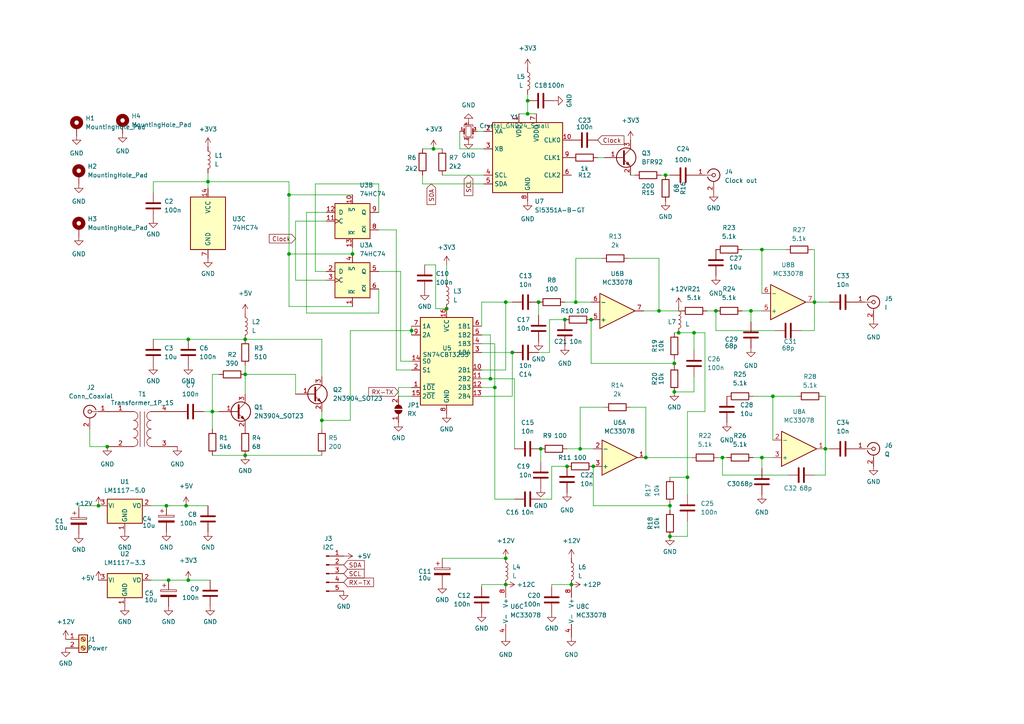
<source format=kicad_sch>
(kicad_sch (version 20211123) (generator eeschema)
  (paper "A4")
  (junction (at 220.98 72.39))
  (junction (at 163.83 92.71))
  (junction (at 168.275 130.175))
  (junction (at 191.135 90.17))
  (junction (at 60.325 52.705))
  (junction (at 71.12 108.585))
  (junction (at 153.035 29.21))
  (junction (at 153.035 33.02))
  (junction (at 125.73 43.18))
  (junction (at 61.595 119.38))
  (junction (at 195.58 113.665))
  (junction (at 201.295 96.52))
  (junction (at 209.55 132.715))
  (junction (at 119.38 95.885))
  (junction (at 71.12 132.08))
  (junction (at 194.31 146.685))
  (junction (at 48.26 146.685))
  (junction (at 71.12 98.425))
  (junction (at 93.345 121.92))
  (junction (at 156.845 130.175))
  (junction (at 224.155 114.935))
  (junction (at 54.61 98.425))
  (junction (at 28.575 146.685))
  (junction (at 236.22 87.63))
  (junction (at 207.645 90.17))
  (junction (at 195.58 105.41))
  (junction (at 102.235 73.66))
  (junction (at 148.59 102.235))
  (junction (at 164.465 135.255))
  (junction (at 193.04 50.8))
  (junction (at 196.85 96.52))
  (junction (at 167.005 87.63))
  (junction (at 220.98 132.715))
  (junction (at 194.31 155.575))
  (junction (at 31.115 129.54))
  (junction (at 143.51 112.395))
  (junction (at 53.975 146.685))
  (junction (at 129.54 89.535))
  (junction (at 146.685 87.63))
  (junction (at 83.82 73.66))
  (junction (at 48.895 168.275))
  (junction (at 83.82 56.515))
  (junction (at 142.24 109.855))
  (junction (at 171.45 92.71))
  (junction (at 146.685 161.925))
  (junction (at 156.21 87.63))
  (junction (at 239.395 130.175))
  (junction (at 172.085 135.255))
  (junction (at 146.685 169.545))
  (junction (at 54.61 168.275))
  (junction (at 199.39 138.43))
  (junction (at 165.735 169.545))
  (junction (at 217.805 90.17))
  (junction (at 187.325 132.715))
  (wire (pts (xy 220.98 72.39) (xy 220.98 85.09)))
  (wire (pts (xy 109.855 90.805) (xy 109.855 83.82)))
  (wire (pts (xy 187.325 132.715) (xy 200.66 132.715)))
  (wire (pts (xy 44.45 52.705) (xy 60.325 52.705)))
  (wire (pts (xy 209.55 132.715) (xy 210.82 132.715)))
  (wire (pts (xy 239.395 130.175) (xy 240.665 130.175)))
  (wire (pts (xy 139.7 109.855) (xy 142.24 109.855)))
  (wire (pts (xy 83.82 88.9) (xy 102.235 88.9)))
  (wire (pts (xy 59.055 119.38) (xy 61.595 119.38)))
  (wire (pts (xy 159.385 102.235) (xy 159.385 92.71)))
  (wire (pts (xy 191.135 74.93) (xy 191.135 90.17)))
  (wire (pts (xy 102.235 56.515) (xy 83.82 56.515)))
  (wire (pts (xy 199.39 119.38) (xy 204.47 119.38)))
  (wire (pts (xy 102.235 73.66) (xy 102.235 74.295)))
  (wire (pts (xy 168.275 130.175) (xy 172.085 130.175)))
  (wire (pts (xy 167.005 74.93) (xy 167.005 87.63)))
  (wire (pts (xy 119.38 112.395) (xy 115.57 112.395)))
  (wire (pts (xy 83.82 56.515) (xy 83.82 73.66)))
  (wire (pts (xy 139.7 107.315) (xy 146.685 107.315)))
  (wire (pts (xy 91.44 53.34) (xy 109.855 53.34)))
  (wire (pts (xy 101.6 95.885) (xy 101.6 121.92)))
  (wire (pts (xy 148.59 114.935) (xy 148.59 102.235)))
  (wire (pts (xy 201.295 101.6) (xy 201.295 96.52)))
  (wire (pts (xy 208.28 132.715) (xy 209.55 132.715)))
  (wire (pts (xy 196.85 96.52) (xy 195.58 96.52)))
  (wire (pts (xy 71.12 108.585) (xy 85.725 108.585)))
  (wire (pts (xy 217.805 93.345) (xy 217.805 90.17)))
  (wire (pts (xy 60.325 52.705) (xy 60.325 54.61)))
  (wire (pts (xy 146.685 87.63) (xy 148.59 87.63)))
  (wire (pts (xy 165.735 169.545) (xy 160.02 169.545)))
  (wire (pts (xy 175.26 118.11) (xy 168.275 118.11)))
  (wire (pts (xy 71.12 106.045) (xy 71.12 108.585)))
  (wire (pts (xy 101.6 121.92) (xy 93.345 121.92)))
  (wire (pts (xy 205.105 90.17) (xy 207.645 90.17)))
  (wire (pts (xy 164.465 130.175) (xy 168.275 130.175)))
  (wire (pts (xy 85.725 108.585) (xy 85.725 114.3)))
  (wire (pts (xy 83.82 73.66) (xy 102.235 73.66)))
  (wire (pts (xy 160.02 169.545) (xy 160.02 170.18)))
  (wire (pts (xy 218.44 114.935) (xy 224.155 114.935)))
  (wire (pts (xy 160.02 135.255) (xy 164.465 135.255)))
  (wire (pts (xy 172.085 135.255) (xy 172.085 146.685)))
  (wire (pts (xy 138.43 38.1) (xy 140.335 38.1)))
  (wire (pts (xy 195.58 113.665) (xy 201.295 113.665)))
  (wire (pts (xy 88.9 90.805) (xy 109.855 90.805)))
  (wire (pts (xy 149.225 144.78) (xy 143.51 144.78)))
  (wire (pts (xy 227.965 72.39) (xy 220.98 72.39)))
  (wire (pts (xy 142.24 109.855) (xy 149.225 109.855)))
  (wire (pts (xy 236.22 87.63) (xy 240.665 87.63)))
  (wire (pts (xy 44.45 55.88) (xy 44.45 52.705)))
  (wire (pts (xy 163.83 87.63) (xy 167.005 87.63)))
  (wire (pts (xy 91.44 78.74) (xy 91.44 53.34)))
  (wire (pts (xy 215.265 90.17) (xy 217.805 90.17)))
  (wire (pts (xy 128.27 50.8) (xy 140.335 50.8)))
  (wire (pts (xy 159.385 92.71) (xy 163.83 92.71)))
  (wire (pts (xy 116.205 104.775) (xy 116.205 78.74)))
  (wire (pts (xy 109.855 66.675) (xy 114.935 66.675)))
  (wire (pts (xy 182.88 118.11) (xy 187.325 118.11)))
  (wire (pts (xy 26.035 129.54) (xy 31.115 129.54)))
  (wire (pts (xy 224.79 95.885) (xy 207.645 95.885)))
  (wire (pts (xy 150.495 33.02) (xy 153.035 33.02)))
  (wire (pts (xy 153.035 33.02) (xy 155.575 33.02)))
  (wire (pts (xy 182.88 50.8) (xy 184.15 50.8)))
  (wire (pts (xy 193.04 50.8) (xy 191.77 50.8)))
  (wire (pts (xy 115.57 112.395) (xy 115.57 114.935)))
  (wire (pts (xy 231.14 114.935) (xy 224.155 114.935)))
  (wire (pts (xy 125.73 43.18) (xy 128.27 43.18)))
  (wire (pts (xy 232.41 95.885) (xy 236.22 95.885)))
  (wire (pts (xy 156.845 144.78) (xy 160.02 144.78)))
  (wire (pts (xy 60.325 50.165) (xy 60.325 52.705)))
  (wire (pts (xy 93.345 109.22) (xy 93.345 98.425)))
  (wire (pts (xy 182.245 74.93) (xy 191.135 74.93)))
  (wire (pts (xy 174.625 74.93) (xy 167.005 74.93)))
  (wire (pts (xy 238.76 114.935) (xy 239.395 114.935)))
  (wire (pts (xy 168.275 118.11) (xy 168.275 130.175)))
  (wire (pts (xy 119.38 104.775) (xy 116.205 104.775)))
  (wire (pts (xy 109.855 53.34) (xy 109.855 61.595)))
  (wire (pts (xy 195.58 105.41) (xy 171.45 105.41)))
  (wire (pts (xy 160.02 144.78) (xy 160.02 135.255)))
  (wire (pts (xy 143.51 112.395) (xy 143.51 99.695)))
  (wire (pts (xy 139.7 112.395) (xy 143.51 112.395)))
  (wire (pts (xy 53.975 146.685) (xy 60.325 146.685)))
  (wire (pts (xy 139.7 169.545) (xy 146.685 169.545)))
  (wire (pts (xy 61.595 132.08) (xy 71.12 132.08)))
  (wire (pts (xy 94.615 81.28) (xy 85.725 81.28)))
  (wire (pts (xy 153.035 27.305) (xy 153.035 29.21)))
  (wire (pts (xy 171.45 105.41) (xy 171.45 92.71)))
  (wire (pts (xy 199.39 138.43) (xy 199.39 119.38)))
  (wire (pts (xy 119.38 95.885) (xy 119.38 97.155)))
  (wire (pts (xy 220.98 132.715) (xy 224.155 132.715)))
  (wire (pts (xy 122.555 50.8) (xy 122.555 53.34)))
  (wire (pts (xy 54.61 168.275) (xy 60.96 168.275)))
  (wire (pts (xy 115.57 114.935) (xy 119.38 114.935)))
  (wire (pts (xy 22.86 146.685) (xy 28.575 146.685)))
  (wire (pts (xy 142.24 109.855) (xy 142.24 97.155)))
  (wire (pts (xy 156.845 130.175) (xy 156.845 133.985)))
  (wire (pts (xy 129.54 89.535) (xy 126.365 89.535)))
  (wire (pts (xy 143.51 144.78) (xy 143.51 112.395)))
  (wire (pts (xy 217.805 90.17) (xy 220.98 90.17)))
  (wire (pts (xy 236.22 72.39) (xy 236.22 87.63)))
  (wire (pts (xy 43.815 168.275) (xy 48.895 168.275)))
  (wire (pts (xy 44.45 98.425) (xy 54.61 98.425)))
  (wire (pts (xy 22.86 147.32) (xy 22.86 146.685)))
  (wire (pts (xy 114.935 107.315) (xy 119.38 107.315)))
  (wire (pts (xy 93.345 98.425) (xy 71.12 98.425)))
  (wire (pts (xy 199.39 155.575) (xy 199.39 151.13)))
  (wire (pts (xy 83.82 73.66) (xy 83.82 88.9)))
  (wire (pts (xy 215.265 72.39) (xy 220.98 72.39)))
  (wire (pts (xy 94.615 78.74) (xy 91.44 78.74)))
  (wire (pts (xy 194.31 138.43) (xy 199.39 138.43)))
  (wire (pts (xy 128.27 161.925) (xy 146.685 161.925)))
  (wire (pts (xy 148.59 102.235) (xy 139.7 102.235)))
  (wire (pts (xy 61.595 108.585) (xy 63.5 108.585)))
  (wire (pts (xy 26.035 124.46) (xy 26.035 129.54)))
  (wire (pts (xy 195.58 104.14) (xy 195.58 105.41)))
  (wire (pts (xy 194.31 146.05) (xy 194.31 146.685)))
  (wire (pts (xy 119.38 95.885) (xy 101.6 95.885)))
  (wire (pts (xy 88.9 61.595) (xy 88.9 90.805)))
  (wire (pts (xy 139.7 114.935) (xy 148.59 114.935)))
  (wire (pts (xy 142.24 97.155) (xy 139.7 97.155)))
  (wire (pts (xy 201.295 96.52) (xy 196.85 96.52)))
  (wire (pts (xy 48.895 168.275) (xy 54.61 168.275)))
  (wire (pts (xy 71.12 108.585) (xy 71.12 114.3)))
  (wire (pts (xy 61.595 119.38) (xy 61.595 124.46)))
  (wire (pts (xy 187.325 118.11) (xy 187.325 132.715)))
  (wire (pts (xy 116.205 78.74) (xy 109.855 78.74)))
  (wire (pts (xy 195.58 105.41) (xy 195.58 106.045)))
  (wire (pts (xy 218.44 132.715) (xy 220.98 132.715)))
  (wire (pts (xy 199.39 143.51) (xy 199.39 138.43)))
  (wire (pts (xy 139.7 87.63) (xy 146.685 87.63)))
  (wire (pts (xy 114.935 66.675) (xy 114.935 107.315)))
  (wire (pts (xy 220.98 135.89) (xy 220.98 132.715)))
  (wire (pts (xy 191.135 90.17) (xy 197.485 90.17)))
  (wire (pts (xy 201.295 113.665) (xy 201.295 109.22)))
  (wire (pts (xy 126.365 89.535) (xy 126.365 76.835)))
  (wire (pts (xy 85.725 64.135) (xy 94.615 64.135)))
  (wire (pts (xy 139.7 170.18) (xy 139.7 169.545)))
  (wire (pts (xy 156.21 87.63) (xy 156.21 91.44)))
  (wire (pts (xy 207.645 95.885) (xy 207.645 90.17)))
  (wire (pts (xy 224.155 114.935) (xy 224.155 127.635)))
  (wire (pts (xy 102.235 71.755) (xy 102.235 73.66)))
  (wire (pts (xy 236.22 95.885) (xy 236.22 87.63)))
  (wire (pts (xy 61.595 119.38) (xy 61.595 108.585)))
  (wire (pts (xy 60.325 52.705) (xy 83.82 52.705)))
  (wire (pts (xy 235.585 72.39) (xy 236.22 72.39)))
  (wire (pts (xy 239.395 114.935) (xy 239.395 130.175)))
  (wire (pts (xy 194.31 155.575) (xy 199.39 155.575)))
  (wire (pts (xy 194.31 146.685) (xy 194.31 147.955)))
  (wire (pts (xy 146.685 107.315) (xy 146.685 87.63)))
  (wire (pts (xy 173.355 45.72) (xy 175.26 45.72)))
  (wire (pts (xy 83.82 52.705) (xy 83.82 56.515)))
  (wire (pts (xy 139.7 94.615) (xy 139.7 87.63)))
  (wire (pts (xy 85.725 81.28) (xy 85.725 64.135)))
  (wire (pts (xy 54.61 98.425) (xy 71.12 98.425)))
  (wire (pts (xy 126.365 76.835) (xy 123.19 76.835)))
  (wire (pts (xy 48.26 146.685) (xy 53.975 146.685)))
  (wire (pts (xy 129.54 76.835) (xy 129.54 81.915)))
  (wire (pts (xy 122.555 43.18) (xy 125.73 43.18)))
  (wire (pts (xy 43.815 146.685) (xy 48.26 146.685)))
  (wire (pts (xy 204.47 96.52) (xy 201.295 96.52)))
  (wire (pts (xy 186.69 90.17) (xy 191.135 90.17)))
  (wire (pts (xy 119.38 94.615) (xy 119.38 95.885)))
  (wire (pts (xy 133.35 38.1) (xy 133.35 43.18)))
  (wire (pts (xy 93.345 121.92) (xy 93.345 124.46)))
  (wire (pts (xy 204.47 119.38) (xy 204.47 96.52)))
  (wire (pts (xy 167.005 87.63) (xy 171.45 87.63)))
  (wire (pts (xy 71.12 132.08) (xy 93.345 132.08)))
  (wire (pts (xy 153.035 29.21) (xy 153.035 33.02)))
  (wire (pts (xy 61.595 119.38) (xy 63.5 119.38)))
  (wire (pts (xy 156.21 102.235) (xy 159.385 102.235)))
  (wire (pts (xy 209.55 137.795) (xy 209.55 132.715)))
  (wire (pts (xy 149.225 109.855) (xy 149.225 130.175)))
  (wire (pts (xy 239.395 137.795) (xy 239.395 130.175)))
  (wire (pts (xy 228.6 137.795) (xy 209.55 137.795)))
  (wire (pts (xy 236.22 137.795) (xy 239.395 137.795)))
  (wire (pts (xy 172.085 146.685) (xy 194.31 146.685)))
  (wire (pts (xy 94.615 61.595) (xy 88.9 61.595)))
  (wire (pts (xy 143.51 99.695) (xy 139.7 99.695)))
  (wire (pts (xy 122.555 53.34) (xy 140.335 53.34)))
  (wire (pts (xy 133.35 43.18) (xy 140.335 43.18)))
  (wire (pts (xy 194.31 50.8) (xy 193.04 50.8)))
  (wire (pts (xy 93.345 119.38) (xy 93.345 121.92)))
  (global_label "SCL" (shape input) (at 135.89 50.8 270) (property "Intersheet References" "${INTERSHEET_REFS}" (effects hide)))
  (global_label "RX-TX" (shape input) (at 115.57 113.665 180) (property "Intersheet References" "${INTERSHEET_REFS}" (effects hide)))
  (global_label "SDA" (shape input) (at 125.095 53.34 270) (property "Intersheet References" "${INTERSHEET_REFS}" (effects hide)))
  (global_label "SDA" (shape input) (at 99.695 163.83 0) (property "Intersheet References" "${INTERSHEET_REFS}" (effects hide)))
  (global_label "Clock" (shape input) (at 173.355 40.64 0) (property "Intersheet References" "${INTERSHEET_REFS}" (effects hide)))
  (global_label "RX-TX" (shape input) (at 99.695 168.91 0) (property "Intersheet References" "${INTERSHEET_REFS}" (effects hide)))
  (global_label "Clock" (shape input) (at 85.725 69.215 180) (property "Intersheet References" "${INTERSHEET_REFS}" (effects hide)))
  (global_label "SCL" (shape input) (at 99.695 166.37 0) (property "Intersheet References" "${INTERSHEET_REFS}" (effects hide)))
  (symbol (lib_id "Device:C_Polarized") (at 48.26 150.495 0) (unit 1)
    (property "Reference" "C4" (at 41.275 150.495 0) (effects (justify left)))
    (property "Value" "10u" (at 41.275 152.4 0) (effects (justify left)))
    (property "Footprint" "Capacitor_THT:C_Radial_D10.0mm_H12.5mm_P5.00mm" (effects hide))
  )
  (symbol (lib_id "power:GND") (at 146.685 184.785 0) (unit 1)
    (property "Reference" "#PWR043" (effects hide))
    (property "Value" "GND" (at 146.685 189.865 0))
  )
  (symbol (lib_id "Jumper:SolderJumper_2_Open") (at 115.57 118.745 90) (unit 1)
    (property "Reference" "JP1" (at 118.11 117.4749 90) (effects (justify right)))
    (property "Value" "RX" (at 118.11 120.0149 90) (effects (justify right)))
    (property "Footprint" "Jumper:SolderJumper-2_P1.3mm_Open_Pad1.0x1.5mm" (effects hide))
  )
  (symbol (lib_id "74xx:74HC74") (at 60.325 64.77 0) (unit 3)
    (property "Reference" "U3" (at 67.31 63.4999 0) (effects (justify left)))
    (property "Value" "74HC74" (at 67.31 66.0399 0) (effects (justify left)))
    (property "Footprint" "Package_SO:SO-14_3.9x8.65mm_P1.27mm" (effects hide))
    (property "Datasheet" "74xx/74hc_hct74.pdf" (effects hide))
  )
  (symbol (lib_id "Oscillator:Si5351A-B-GT") (at 153.035 45.72 0) (unit 1)
    (property "Reference" "U7" (at 155.0544 58.42 0) (effects (justify left)))
    (property "Value" "Si5351A-B-GT" (at 155.0544 60.96 0) (effects (justify left)))
    (property "Footprint" "Package_SO:MSOP-10_3x3mm_P0.5mm" (effects hide))
    (property "Datasheet" "https://www.silabs.com/documents/public/data-sheets/Si5351-B.pdf" (effects hide))
  )
  (symbol (lib_id "power:GND") (at 153.035 58.42 0) (unit 1)
    (property "Reference" "#PWR045" (effects hide))
    (property "Value" "GND" (at 153.035 63.5 0))
  )
  (symbol (lib_id "Device:C") (at 228.6 95.885 90) (unit 1)
    (property "Reference" "C31" (at 229.235 99.06 90))
    (property "Value" "68p" (at 228.6 100.965 90))
    (property "Footprint" "Capacitor_SMD:C_0805_2012Metric" (effects hide))
  )
  (symbol (lib_id "Device:C") (at 123.19 80.645 180) (unit 1)
    (property "Reference" "C10" (at 126.365 79.3749 0) (effects (justify right)))
    (property "Value" "100n" (at 126.365 81.9149 0) (effects (justify right)))
    (property "Footprint" "Capacitor_SMD:C_0805_2012Metric" (effects hide))
  )
  (symbol (lib_id "power:GND") (at 210.82 122.555 0) (unit 1)
    (property "Reference" "#PWR063" (effects hide))
    (property "Value" "GND" (at 210.82 127.635 0))
  )
  (symbol (lib_id "Analog_Switch:SN74CBT3253") (at 129.54 104.775 0) (unit 1)
    (property "Reference" "U5" (at 128.27 100.965 0) (effects (justify left)))
    (property "Value" "SN74CBT3253" (at 122.555 102.87 0) (effects (justify left)))
    (property "Footprint" "Package_SO:TSSOP-16_4.4x5mm_P0.65mm" (effects hide))
    (property "Datasheet" "http://www.ti.com/lit/gpn/sn74cbt3253" (effects hide))
  )
  (symbol (lib_id "power:GND") (at 48.895 175.895 0) (unit 1)
    (property "Reference" "#PWR016" (effects hide))
    (property "Value" "GND" (at 48.895 180.34 0))
  )
  (symbol (lib_id "power:GND") (at 36.195 154.305 0) (unit 1)
    (property "Reference" "#PWR011" (effects hide))
    (property "Value" "GND" (at 36.195 158.75 0))
  )
  (symbol (lib_id "Device:C") (at 153.035 144.78 270) (unit 1)
    (property "Reference" "C16" (at 148.59 148.59 90))
    (property "Value" "10n" (at 153.035 148.59 90))
    (property "Footprint" "Capacitor_SMD:C_0805_2012Metric" (effects hide))
  )
  (symbol (lib_id "power:+3.3V") (at 153.035 19.685 0) (unit 1)
    (property "Reference" "#PWR044" (effects hide))
    (property "Value" "+3.3V" (at 153.035 13.97 0))
  )
  (symbol (lib_id "power:GND") (at 54.61 106.045 0) (unit 1)
    (property "Reference" "#PWR019" (effects hide))
    (property "Value" "GND" (at 54.61 110.49 0))
  )
  (symbol (lib_id "power:+12V") (at 146.685 161.925 0) (unit 1)
    (property "Reference" "#PWR041" (effects hide))
    (property "Value" "+12V" (at 146.685 156.845 0))
  )
  (symbol (lib_id "power:GND") (at 22.86 53.34 0) (unit 1)
    (property "Reference" "#PWR04" (effects hide))
    (property "Value" "GND" (at 22.86 58.42 0))
  )
  (symbol (lib_id "Amplifier_Operational:MC33078") (at 179.705 132.715 0) (mirror x) (unit 1)
    (property "Reference" "U6" (at 179.705 122.555 0))
    (property "Value" "MC33078" (at 179.705 125.095 0))
    (property "Footprint" "Package_SO:SO-8_3.9x4.9mm_P1.27mm" (effects hide))
    (property "Datasheet" "https://www.onsemi.com/pub/Collateral/MC33078-D.PDF" (effects hide))
  )
  (symbol (lib_id "tube:2N3904_SOT23") (at 90.805 114.3 0) (unit 1)
    (property "Reference" "Q2" (at 96.52 113.0299 0) (effects (justify left)))
    (property "Value" "2N3904_SOT23" (at 96.52 115.5699 0) (effects (justify left)))
    (property "Footprint" "Package_TO_SOT_SMD:SOT-23" (effects hide))
  )
  (symbol (lib_id "Device:R") (at 128.27 46.99 0) (unit 1)
    (property "Reference" "R7" (at 130.175 45.7199 0) (effects (justify left)))
    (property "Value" "2k2" (at 130.175 48.2599 0) (effects (justify left)))
    (property "Footprint" "Resistor_SMD:R_0805_2012Metric" (effects hide))
  )
  (symbol (lib_id "power:GND") (at 31.115 129.54 0) (unit 1)
    (property "Reference" "#PWR09" (effects hide))
    (property "Value" "GND" (at 31.115 134.62 0))
  )
  (symbol (lib_id "power:+5V") (at 71.12 90.805 0) (unit 1)
    (property "Reference" "#PWR026" (effects hide))
    (property "Value" "+5V" (at 71.12 85.09 0))
  )
  (symbol (lib_id "Device:R") (at 193.04 54.61 0) (unit 1)
    (property "Reference" "R16" (at 198.12 54.61 90))
    (property "Value" "68" (at 196.215 54.61 90))
    (property "Footprint" "Resistor_SMD:R_0805_2012Metric" (effects hide))
  )
  (symbol (lib_id "Device:C") (at 152.4 87.63 270) (unit 1)
    (property "Reference" "C13" (at 152.4 80.01 90))
    (property "Value" "10n" (at 152.4 82.55 90))
    (property "Footprint" "Capacitor_SMD:C_0805_2012Metric" (effects hide))
  )
  (symbol (lib_id "power:GND") (at 217.805 100.965 0) (unit 1)
    (property "Reference" "#PWR064" (effects hide))
    (property "Value" "GND" (at 217.805 106.045 0))
  )
  (symbol (lib_id "Device:C") (at 153.035 130.175 270) (unit 1)
    (property "Reference" "C15" (at 153.035 122.555 90))
    (property "Value" "10n" (at 153.035 125.095 90))
    (property "Footprint" "Capacitor_SMD:C_0805_2012Metric" (effects hide))
  )
  (symbol (lib_id "Regulator_Linear:LM1117-5.0") (at 36.195 146.685 0) (unit 1)
    (property "Reference" "U1" (at 36.195 139.7 0))
    (property "Value" "LM1117-5.0" (at 36.195 142.24 0))
    (property "Footprint" "Package_TO_SOT_SMD:SOT-223-3_TabPin2" (effects hide))
    (property "Datasheet" "http://www.ti.com/lit/ds/symlink/lm1117.pdf" (effects hide))
  )
  (symbol (lib_id "power:GND") (at 165.735 184.785 0) (unit 1)
    (property "Reference" "#PWR054" (effects hide))
    (property "Value" "GND" (at 165.735 189.865 0))
  )
  (symbol (lib_id "Connector:Conn_Coaxial") (at 253.365 130.175 0) (unit 1)
    (property "Reference" "J6" (at 256.54 129.1981 0) (effects (justify left)))
    (property "Value" "Q" (at 256.54 131.7381 0) (effects (justify left)))
    (property "Footprint" "Connector_Coaxial:SMA_Amphenol_132134_Vertical" (effects hide))
    (property "Datasheet" " ~" (effects hide))
  )
  (symbol (lib_id "power:GND") (at 194.31 155.575 0) (unit 1)
    (property "Reference" "#PWR057" (effects hide))
    (property "Value" "GND" (at 194.31 160.02 0))
  )
  (symbol (lib_id "power:GND") (at 48.26 154.305 0) (unit 1)
    (property "Reference" "#PWR015" (effects hide))
    (property "Value" "GND" (at 48.26 158.75 0))
  )
  (symbol (lib_id "power:GND") (at 135.89 35.56 180) (unit 1)
    (property "Reference" "#PWR038" (effects hide))
    (property "Value" "GND" (at 135.89 30.48 0))
  )
  (symbol (lib_id "Device:R") (at 168.275 135.255 270) (unit 1)
    (property "Reference" "R11" (at 163.83 132.715 90))
    (property "Value" "100" (at 168.275 132.715 90))
    (property "Footprint" "Resistor_SMD:R_0805_2012Metric" (effects hide))
  )
  (symbol (lib_id "Device:C_Polarized") (at 48.895 172.085 0) (unit 1)
    (property "Reference" "C5" (at 41.91 172.085 0) (effects (justify left)))
    (property "Value" "10u" (at 41.91 173.99 0) (effects (justify left)))
    (property "Footprint" "Capacitor_THT:C_Radial_D6.3mm_H5.0mm_P2.50mm" (effects hide))
  )
  (symbol (lib_id "Device:R") (at 214.63 114.935 90) (unit 1)
    (property "Reference" "R25" (at 214.63 108.585 90))
    (property "Value" "5.1k" (at 214.63 111.125 90))
    (property "Footprint" "Resistor_SMD:R_0805_2012Metric" (effects hide))
  )
  (symbol (lib_id "power:GND") (at 160.655 29.21 90) (mirror x) (unit 1)
    (property "Reference" "#PWR049" (effects hide))
    (property "Value" "GND" (at 165.1 29.21 0))
  )
  (symbol (lib_id "power:GND") (at 207.645 80.01 0) (unit 1)
    (property "Reference" "#PWR062" (effects hide))
    (property "Value" "GND" (at 207.645 85.09 0))
  )
  (symbol (lib_id "Device:R") (at 211.455 90.17 270) (unit 1)
    (property "Reference" "R24" (at 211.455 83.82 90))
    (property "Value" "5.1k" (at 211.455 86.36 90))
    (property "Footprint" "Resistor_SMD:R_0805_2012Metric" (effects hide))
  )
  (symbol (lib_id "power:+3.3V") (at 125.73 43.18 0) (unit 1)
    (property "Reference" "#PWR034" (effects hide))
    (property "Value" "+3.3V" (at 125.73 37.465 0))
  )
  (symbol (lib_id "Device:C") (at 244.475 87.63 90) (unit 1)
    (property "Reference" "C33" (at 244.475 80.01 90))
    (property "Value" "10n" (at 244.475 82.55 90))
    (property "Footprint" "Capacitor_SMD:C_0805_2012Metric" (effects hide))
  )
  (symbol (lib_id "power:+12V") (at 196.85 88.9 0) (unit 1)
    (property "Reference" "#PWR059" (effects hide))
    (property "Value" "+12V" (at 196.85 83.82 0))
  )
  (symbol (lib_id "Device:C_Polarized") (at 128.27 165.735 0) (unit 1)
    (property "Reference" "C11" (at 121.285 165.735 0) (effects (justify left)))
    (property "Value" "10u" (at 121.285 167.64 0) (effects (justify left)))
    (property "Footprint" "Capacitor_SMD:C_1206_3216Metric" (effects hide))
  )
  (symbol (lib_id "Device:L") (at 60.325 46.355 0) (unit 1)
    (property "Reference" "L1" (at 62.23 45.0849 0) (effects (justify left)))
    (property "Value" "L" (at 62.23 47.6249 0) (effects (justify left)))
    (property "Footprint" "Inductor_SMD:L_0603_1608Metric" (effects hide))
  )
  (symbol (lib_id "Device:C") (at 207.645 76.2 180) (unit 1)
    (property "Reference" "C27" (at 211.455 74.9299 0) (effects (justify right)))
    (property "Value" "10u" (at 211.455 77.4699 0) (effects (justify right)))
    (property "Footprint" "Capacitor_SMD:C_1206_3216Metric" (effects hide))
  )
  (symbol (lib_id "Device:R") (at 179.07 118.11 270) (unit 1)
    (property "Reference" "R14" (at 179.07 111.76 90))
    (property "Value" "2k" (at 179.07 114.3 90))
    (property "Footprint" "Resistor_SMD:R_0805_2012Metric" (effects hide))
  )
  (symbol (lib_id "Device:R") (at 194.31 142.24 0) (unit 1)
    (property "Reference" "R17" (at 187.96 142.24 90))
    (property "Value" "10k" (at 190.5 142.24 90))
    (property "Footprint" "Resistor_SMD:R_0805_2012Metric" (effects hide))
  )
  (symbol (lib_id "Device:R") (at 234.95 114.935 270) (unit 1)
    (property "Reference" "R28" (at 234.95 109.22 90))
    (property "Value" "5.1k" (at 234.95 111.76 90))
    (property "Footprint" "Resistor_SMD:R_0805_2012Metric" (effects hide))
  )
  (symbol (lib_id "power:GND") (at 71.12 132.08 0) (unit 1)
    (property "Reference" "#PWR027" (effects hide))
    (property "Value" "GND" (at 71.12 136.525 0))
  )
  (symbol (lib_id "Amplifier_Operational:MC33078") (at 228.6 87.63 0) (mirror x) (unit 2)
    (property "Reference" "U8" (at 228.6 76.835 0))
    (property "Value" "MC33078" (at 228.6 79.375 0))
    (property "Footprint" "Package_SO:SO-8_3.9x4.9mm_P1.27mm" (effects hide))
    (property "Datasheet" "https://www.onsemi.com/pub/Collateral/MC33078-D.PDF" (effects hide))
  )
  (symbol (lib_id "Device:C") (at 54.61 102.235 180) (unit 1)
    (property "Reference" "C6" (at 57.785 100.9649 0) (effects (justify right)))
    (property "Value" "100n" (at 57.785 103.5049 0) (effects (justify right)))
    (property "Footprint" "Capacitor_SMD:C_0805_2012Metric" (effects hide))
  )
  (symbol (lib_id "Device:C") (at 156.845 137.795 180) (unit 1)
    (property "Reference" "C19" (at 149.86 135.255 0) (effects (justify right)))
    (property "Value" "10n" (at 150.495 137.795 0) (effects (justify right)))
    (property "Footprint" "Capacitor_SMD:C_0805_2012Metric" (effects hide))
  )
  (symbol (lib_id "Device:R") (at 61.595 128.27 0) (unit 1)
    (property "Reference" "R1" (at 63.5 126.9999 0) (effects (justify left)))
    (property "Value" "5k6" (at 63.5 129.5399 0) (effects (justify left)))
    (property "Footprint" "Resistor_SMD:R_0805_2012Metric" (effects hide))
  )
  (symbol (lib_id "Device:C") (at 60.96 172.085 0) (mirror x) (unit 1)
    (property "Reference" "C9" (at 57.785 170.8149 0) (effects (justify right)))
    (property "Value" "100n" (at 57.785 173.3549 0) (effects (justify right)))
    (property "Footprint" "Capacitor_SMD:C_0805_2012Metric" (effects hide))
  )
  (symbol (lib_id "power:GND") (at 99.695 171.45 0) (mirror y) (unit 1)
    (property "Reference" "#PWR031" (effects hide))
    (property "Value" "GND" (at 99.695 175.895 0))
  )
  (symbol (lib_id "power:GND") (at 139.7 177.8 0) (mirror y) (unit 1)
    (property "Reference" "#PWR040" (effects hide))
    (property "Value" "GND" (at 139.7 182.245 0))
  )
  (symbol (lib_id "Device:R") (at 195.58 100.33 0) (unit 1)
    (property "Reference" "R19" (at 189.865 100.33 90))
    (property "Value" "10k" (at 191.77 100.33 90))
    (property "Footprint" "Resistor_SMD:R_0805_2012Metric" (effects hide))
  )
  (symbol (lib_id "Mechanical:MountingHole_Pad") (at 22.86 66.04 0) (unit 1)
    (property "Reference" "H3" (at 25.4 63.4999 0) (effects (justify left)))
    (property "Value" "MountingHole_Pad" (at 25.4 66.0399 0) (effects (justify left)))
    (property "Footprint" "MountingHole:MountingHole_3.2mm_M3_Pad_Via" (effects hide))
  )
  (symbol (lib_id "Device:R") (at 167.64 92.71 270) (unit 1)
    (property "Reference" "R10" (at 164.465 90.17 90))
    (property "Value" "100" (at 168.91 90.17 90))
    (property "Footprint" "Resistor_SMD:R_0805_2012Metric" (effects hide))
  )
  (symbol (lib_id "Device:C") (at 44.45 59.69 180) (unit 1)
    (property "Reference" "C2" (at 47.625 58.4199 0) (effects (justify right)))
    (property "Value" "100n" (at 47.625 60.9599 0) (effects (justify right)))
    (property "Footprint" "Capacitor_SMD:C_0805_2012Metric" (effects hide))
  )
  (symbol (lib_id "Connector:Conn_Coaxial") (at 253.365 87.63 0) (unit 1)
    (property "Reference" "J5" (at 256.54 86.6531 0) (effects (justify left)))
    (property "Value" "I" (at 256.54 89.1931 0) (effects (justify left)))
    (property "Footprint" "Connector_Coaxial:SMA_Amphenol_132134_Vertical" (effects hide))
    (property "Datasheet" " ~" (effects hide))
  )
  (symbol (lib_id "power:GND") (at 156.21 99.06 0) (unit 1)
    (property "Reference" "#PWR046" (effects hide))
    (property "Value" "GND" (at 156.21 104.14 0))
  )
  (symbol (lib_id "Device:R") (at 194.31 151.765 0) (unit 1)
    (property "Reference" "R18" (at 188.595 151.765 90))
    (property "Value" "10k" (at 190.5 151.765 90))
    (property "Footprint" "Resistor_SMD:R_0805_2012Metric" (effects hide))
  )
  (symbol (lib_id "power:GND") (at 22.86 68.58 0) (unit 1)
    (property "Reference" "#PWR05" (effects hide))
    (property "Value" "GND" (at 22.86 73.66 0))
  )
  (symbol (lib_id "74xx:74HC74") (at 102.235 81.28 0) (unit 1)
    (property "Reference" "U3" (at 104.2544 71.12 0) (effects (justify left)))
    (property "Value" "74HC74" (at 104.2544 73.66 0) (effects (justify left)))
    (property "Footprint" "Package_SO:SO-14_3.9x8.65mm_P1.27mm" (effects hide))
    (property "Datasheet" "74xx/74hc_hct74.pdf" (effects hide))
  )
  (symbol (lib_id "power:+12C") (at 146.685 169.545 270) (unit 1)
    (property "Reference" "#PWR042" (effects hide))
    (property "Value" "+12C" (at 149.86 169.5449 90) (effects (justify left)))
  )
  (symbol (lib_id "power:GND") (at 193.04 58.42 0) (unit 1)
    (property "Reference" "#PWR056" (effects hide))
    (property "Value" "GND" (at 193.04 62.865 0))
  )
  (symbol (lib_id "power:GND") (at 123.19 84.455 0) (unit 1)
    (property "Reference" "#PWR033" (effects hide))
    (property "Value" "GND" (at 123.19 88.9 0))
  )
  (symbol (lib_id "Mechanical:MountingHole_Pad") (at 22.225 36.83 0) (unit 1)
    (property "Reference" "H1" (at 24.765 34.2899 0) (effects (justify left)))
    (property "Value" "MountingHole_Pad" (at 24.765 36.8299 0) (effects (justify left)))
    (property "Footprint" "MountingHole:MountingHole_3.2mm_M3_Pad_Via" (effects hide))
  )
  (symbol (lib_id "Device:C") (at 163.83 96.52 180) (unit 1)
    (property "Reference" "C21" (at 160.655 99.06 0) (effects (justify right)))
    (property "Value" "10n" (at 165.1 99.06 0) (effects (justify right)))
    (property "Footprint" "Capacitor_SMD:C_0805_2012Metric" (effects hide))
  )
  (symbol (lib_id "Device:R") (at 187.96 50.8 270) (unit 1)
    (property "Reference" "R15" (at 187.96 55.88 90))
    (property "Value" "200" (at 187.96 53.975 90))
    (property "Footprint" "Resistor_SMD:R_0805_2012Metric" (effects hide))
  )
  (symbol (lib_id "74xx:74HC74") (at 102.235 64.135 0) (unit 2)
    (property "Reference" "U3" (at 104.2544 53.6976 0) (effects (justify left)))
    (property "Value" "74HC74" (at 104.2544 56.2376 0) (effects (justify left)))
    (property "Footprint" "Package_SO:SO-14_3.9x8.65mm_P1.27mm" (effects hide))
    (property "Datasheet" "74xx/74hc_hct74.pdf" (effects hide))
  )
  (symbol (lib_id "Device:Crystal_GND24_Small") (at 135.89 38.1 0) (unit 1)
    (property "Reference" "Y1" (at 149.225 33.9598 0))
    (property "Value" "Crystal_GND24_Small" (at 149.225 36.4998 0))
    (property "Footprint" "Crystal:Crystal_SMD_3225-4Pin_3.2x2.5mm" (effects hide))
  )
  (symbol (lib_id "power:+5V") (at 53.975 146.685 0) (unit 1)
    (property "Reference" "#PWR018" (effects hide))
    (property "Value" "+5V" (at 53.975 140.97 0))
  )
  (symbol (lib_id "Device:Transformer_1P_1S") (at 41.275 124.46 0) (unit 1)
    (property "Reference" "T1" (at 41.2877 114.3 0))
    (property "Value" "Transformer_1P_1S" (at 41.2877 116.84 0))
    (property "Footprint" "Transformer_THT:Transformer_Toroid_Horizontal_D14.0mm_Amidon-T50" (effects hide))
  )
  (symbol (lib_id "Device:R") (at 169.545 45.72 270) (unit 1)
    (property "Reference" "R12" (at 169.545 50.8 90))
    (property "Value" "1k" (at 169.545 48.895 90))
    (property "Footprint" "Resistor_SMD:R_0805_2012Metric" (effects hide))
  )
  (symbol (lib_id "Mechanical:MountingHole_Pad") (at 22.86 50.8 0) (unit 1)
    (property "Reference" "H2" (at 25.4 48.2599 0) (effects (justify left)))
    (property "Value" "MountingHole_Pad" (at 25.4 50.7999 0) (effects (justify left)))
    (property "Footprint" "MountingHole:MountingHole_3.2mm_M3_Pad_Via" (effects hide))
  )
  (symbol (lib_id "power:GND") (at 51.435 129.54 0) (unit 1)
    (property "Reference" "#PWR017" (effects hide))
    (property "Value" "GND" (at 51.435 134.62 0))
  )
  (symbol (lib_id "power:+5V") (at 28.575 168.275 0) (unit 1)
    (property "Reference" "#PWR08" (effects hide))
    (property "Value" "+5V" (at 25.4 167.64 0))
  )
  (symbol (lib_id "Connector:Screw_Terminal_01x02") (at 24.13 185.42 0) (unit 1)
    (property "Reference" "J1" (at 25.4 185.4199 0) (effects (justify left)))
    (property "Value" "Power" (at 25.4 187.9599 0) (effects (justify left)))
    (property "Footprint" "TerminalBlock_MetzConnect:TerminalBlock_MetzConnect_Type011_RT05502HBWC_1x02_P5.00mm_Horizontal" (effects hide))
  )
  (symbol (lib_id "power:GND") (at 44.45 106.045 0) (unit 1)
    (property "Reference" "#PWR014" (effects hide))
    (property "Value" "GND" (at 44.45 110.49 0))
  )
  (symbol (lib_id "Device:R") (at 122.555 46.99 0) (unit 1)
    (property "Reference" "R6" (at 118.11 45.72 0) (effects (justify left)))
    (property "Value" "2k2" (at 117.475 48.895 0) (effects (justify left)))
    (property "Footprint" "Resistor_SMD:R_0805_2012Metric" (effects hide))
  )
  (symbol (lib_id "Device:L") (at 129.54 85.725 0) (unit 1)
    (property "Reference" "L3" (at 131.445 84.4549 0) (effects (justify left)))
    (property "Value" "L" (at 131.445 86.9949 0) (effects (justify left)))
    (property "Footprint" "Inductor_SMD:L_0603_1608Metric" (effects hide))
  )
  (symbol (lib_id "Device:R") (at 71.12 102.235 180) (unit 1)
    (property "Reference" "R3" (at 73.66 100.9649 0) (effects (justify right)))
    (property "Value" "510" (at 73.66 103.5049 0) (effects (justify right)))
    (property "Footprint" "Resistor_SMD:R_0805_2012Metric" (effects hide))
  )
  (symbol (lib_id "Device:R") (at 201.295 90.17 270) (unit 1)
    (property "Reference" "R21" (at 201.295 83.82 90))
    (property "Value" "5.1k" (at 201.295 86.36 90))
    (property "Footprint" "Resistor_SMD:R_0805_2012Metric" (effects hide))
  )
  (symbol (lib_id "Device:R") (at 93.345 128.27 180) (unit 1)
    (property "Reference" "R5" (at 95.25 126.9999 0) (effects (justify right)))
    (property "Value" "200" (at 95.25 129.5399 0) (effects (justify right)))
    (property "Footprint" "Resistor_SMD:R_0805_2012Metric" (effects hide))
  )
  (symbol (lib_id "power:GND") (at 60.325 74.93 0) (unit 1)
    (property "Reference" "#PWR022" (effects hide))
    (property "Value" "GND" (at 60.325 79.375 0))
  )
  (symbol (lib_id "Device:C") (at 199.39 147.32 180) (unit 1)
    (property "Reference" "C25" (at 203.2 146.0499 0) (effects (justify right)))
    (property "Value" "100n" (at 203.2 148.5899 0) (effects (justify right)))
    (property "Footprint" "Capacitor_SMD:C_0805_2012Metric" (effects hide))
  )
  (symbol (lib_id "Device:C") (at 217.805 97.155 180) (unit 1)
    (property "Reference" "C29" (at 210.185 98.425 0) (effects (justify right)))
    (property "Value" "68p" (at 210.185 100.33 0) (effects (justify right)))
    (property "Footprint" "Capacitor_SMD:C_0805_2012Metric" (effects hide))
  )
  (symbol (lib_id "power:+12V") (at 28.575 146.685 0) (unit 1)
    (property "Reference" "#PWR07" (effects hide))
    (property "Value" "+12V" (at 21.59 146.05 0) (effects (justify left)))
  )
  (symbol (lib_id "power:GND") (at 44.45 63.5 0) (unit 1)
    (property "Reference" "#PWR013" (effects hide))
    (property "Value" "GND" (at 44.45 67.945 0))
  )
  (symbol (lib_id "power:+3.3V") (at 129.54 76.835 0) (unit 1)
    (property "Reference" "#PWR036" (effects hide))
    (property "Value" "+3.3V" (at 129.54 71.755 0))
  )
  (symbol (lib_id "power:GND") (at 220.98 143.51 0) (unit 1)
    (property "Reference" "#PWR065" (effects hide))
    (property "Value" "GND" (at 220.98 148.59 0))
  )
  (symbol (lib_id "Device:L") (at 165.735 165.735 0) (unit 1)
    (property "Reference" "L6" (at 167.64 164.4649 0) (effects (justify left)))
    (property "Value" "L" (at 167.64 167.0049 0) (effects (justify left)))
    (property "Footprint" "Inductor_SMD:L_0603_1608Metric" (effects hide))
  )
  (symbol (lib_id "Device:R") (at 160.655 130.175 270) (unit 1)
    (property "Reference" "R9" (at 158.75 126.365 90))
    (property "Value" "100" (at 162.56 126.365 90))
    (property "Footprint" "Resistor_SMD:R_0805_2012Metric" (effects hide))
  )
  (symbol (lib_id "power:+12P") (at 165.735 169.545 270) (unit 1)
    (property "Reference" "#PWR053" (effects hide))
    (property "Value" "+12P" (at 168.91 169.5449 90) (effects (justify left)))
  )
  (symbol (lib_id "Connector:Conn_Coaxial") (at 26.035 119.38 0) (mirror y) (unit 1)
    (property "Reference" "J2" (at 26.3524 112.395 0))
    (property "Value" "Conn_Coaxial" (at 26.3524 114.935 0))
    (property "Footprint" "Connector_Coaxial:SMA_Amphenol_132134_Vertical" (effects hide))
    (property "Datasheet" " ~" (effects hide))
  )
  (symbol (lib_id "power:+12V") (at 19.05 185.42 0) (unit 1)
    (property "Reference" "#PWR01" (effects hide))
    (property "Value" "+12V" (at 19.05 180.34 0))
  )
  (symbol (lib_id "Device:L") (at 153.035 23.495 0) (unit 1)
    (property "Reference" "L5" (at 149.86 22.225 0) (effects (justify left)))
    (property "Value" "L" (at 150.495 24.765 0) (effects (justify left)))
    (property "Footprint" "Inductor_SMD:L_0603_1608Metric" (effects hide))
  )
  (symbol (lib_id "power:GND") (at 60.325 154.305 0) (mirror y) (unit 1)
    (property "Reference" "#PWR023" (effects hide))
    (property "Value" "GND" (at 60.325 158.75 0))
  )
  (symbol (lib_id "Amplifier_Operational:MC33078") (at 168.275 177.165 0) (unit 3)
    (property "Reference" "U8" (at 167.005 175.8949 0) (effects (justify left)))
    (property "Value" "MC33078" (at 167.005 178.4349 0) (effects (justify left)))
    (property "Footprint" "Package_SO:SO-8_3.9x4.9mm_P1.27mm" (effects hide))
    (property "Datasheet" "https://www.onsemi.com/pub/Collateral/MC33078-D.PDF" (effects hide))
  )
  (symbol (lib_id "Device:C") (at 55.245 119.38 90) (unit 1)
    (property "Reference" "C7" (at 55.245 111.76 90))
    (property "Value" "100n" (at 55.245 114.3 90))
    (property "Footprint" "Capacitor_SMD:C_0805_2012Metric" (effects hide))
  )
  (symbol (lib_id "Device:C") (at 44.45 102.235 180) (unit 1)
    (property "Reference" "C3" (at 47.625 100.9649 0) (effects (justify right)))
    (property "Value" "10u" (at 47.625 103.5049 0) (effects (justify right)))
    (property "Footprint" "Capacitor_SMD:C_1206_3216Metric" (effects hide))
  )
  (symbol (lib_id "power:GND") (at 207.01 55.88 0) (unit 1)
    (property "Reference" "#PWR061" (effects hide))
    (property "Value" "GND" (at 207.01 60.325 0))
  )
  (symbol (lib_id "Amplifier_Operational:MC33078") (at 179.07 90.17 0) (mirror x) (unit 2)
    (property "Reference" "U6" (at 179.07 79.375 0))
    (property "Value" "MC33078" (at 179.07 81.915 0))
    (property "Footprint" "Package_SO:SO-8_3.9x4.9mm_P1.27mm" (effects hide))
    (property "Datasheet" "https://www.onsemi.com/pub/Collateral/MC33078-D.PDF" (effects hide))
  )
  (symbol (lib_id "Device:C") (at 156.845 29.21 270) (mirror x) (unit 1)
    (property "Reference" "C18" (at 156.845 24.765 90))
    (property "Value" "100n" (at 161.29 24.765 90))
    (property "Footprint" "Capacitor_SMD:C_0805_2012Metric" (effects hide))
  )
  (symbol (lib_id "Device:R") (at 195.58 109.855 0) (unit 1)
    (property "Reference" "R20" (at 189.865 109.855 90))
    (property "Value" "10k" (at 191.77 109.855 90))
    (property "Footprint" "Resistor_SMD:R_0805_2012Metric" (effects hide))
  )
  (symbol (lib_id "Connector:Conn_01x05_Male") (at 94.615 166.37 0) (unit 1)
    (property "Reference" "J3" (at 95.25 156.21 0))
    (property "Value" "I2C" (at 95.25 158.75 0))
    (property "Footprint" "Connector_PinHeader_2.54mm:PinHeader_1x05_P2.54mm_Vertical" (effects hide))
  )
  (symbol (lib_id "Device:R") (at 214.63 132.715 270) (unit 1)
    (property "Reference" "R26" (at 214.63 126.365 90))
    (property "Value" "5.1k" (at 214.63 128.905 90))
    (property "Footprint" "Resistor_SMD:R_0805_2012Metric" (effects hide))
  )
  (symbol (lib_id "power:GND") (at 128.27 169.545 0) (unit 1)
    (property "Reference" "#PWR035" (effects hide))
    (property "Value" "GND" (at 128.27 173.99 0))
  )
  (symbol (lib_id "power:+3.3V") (at 60.325 42.545 0) (unit 1)
    (property "Reference" "#PWR021" (effects hide))
    (property "Value" "+3.3V" (at 60.325 37.465 0))
  )
  (symbol (lib_id "power:GND") (at 164.465 142.875 0) (unit 1)
    (property "Reference" "#PWR051" (effects hide))
    (property "Value" "GND" (at 164.465 147.955 0))
  )
  (symbol (lib_id "Device:C") (at 139.7 173.99 0) (mirror x) (unit 1)
    (property "Reference" "C12" (at 136.525 172.7199 0) (effects (justify right)))
    (property "Value" "100n" (at 136.525 175.2599 0) (effects (justify right)))
    (property "Footprint" "Capacitor_SMD:C_0805_2012Metric" (effects hide))
  )
  (symbol (lib_id "Device:R") (at 160.02 87.63 270) (unit 1)
    (property "Reference" "R8" (at 160.02 81.28 90))
    (property "Value" "100" (at 160.02 83.82 90))
    (property "Footprint" "Resistor_SMD:R_0805_2012Metric" (effects hide))
  )
  (symbol (lib_id "Device:C") (at 201.295 105.41 180) (unit 1)
    (property "Reference" "C26" (at 205.105 104.1399 0) (effects (justify right)))
    (property "Value" "100n" (at 205.105 106.6799 0) (effects (justify right)))
    (property "Footprint" "Capacitor_SMD:C_0805_2012Metric" (effects hide))
  )
  (symbol (lib_id "Device:R") (at 178.435 74.93 270) (unit 1)
    (property "Reference" "R13" (at 178.435 68.58 90))
    (property "Value" "2k" (at 178.435 71.12 90))
    (property "Footprint" "Resistor_SMD:R_0805_2012Metric" (effects hide))
  )
  (symbol (lib_id "Regulator_Linear:LM1117-3.3") (at 36.195 168.275 0) (unit 1)
    (property "Reference" "U2" (at 36.195 160.655 0))
    (property "Value" "LM1117-3.3" (at 36.195 163.195 0))
    (property "Footprint" "Package_TO_SOT_SMD:SOT-223-3_TabPin2" (effects hide))
    (property "Datasheet" "http://www.ti.com/lit/ds/symlink/lm1117.pdf" (effects hide))
  )
  (symbol (lib_id "power:GND") (at 115.57 122.555 0) (unit 1)
    (property "Reference" "#PWR032" (effects hide))
    (property "Value" "GND" (at 115.57 127 0))
  )
  (symbol (lib_id "Device:R") (at 204.47 132.715 270) (unit 1)
    (property "Reference" "R22" (at 204.47 126.365 90))
    (property "Value" "5.1k" (at 204.47 128.905 90))
    (property "Footprint" "Resistor_SMD:R_0805_2012Metric" (effects hide))
  )
  (symbol (lib_id "Device:C") (at 210.82 118.745 180) (unit 1)
    (property "Reference" "C28" (at 214.63 117.4749 0) (effects (justify right)))
    (property "Value" "10u" (at 214.63 120.0149 0) (effects (justify right)))
    (property "Footprint" "Capacitor_SMD:C_1206_3216Metric" (effects hide))
  )
  (symbol (lib_id "Device:C") (at 169.545 40.64 270) (mirror x) (unit 1)
    (property "Reference" "C23" (at 169.545 34.925 90))
    (property "Value" "100n" (at 169.545 36.83 90))
    (property "Footprint" "Capacitor_SMD:C_0805_2012Metric" (effects hide))
  )
  (symbol (lib_id "Device:C") (at 60.325 150.495 0) (mirror x) (unit 1)
    (property "Reference" "C8" (at 57.15 149.2249 0) (effects (justify right)))
    (property "Value" "100n" (at 57.15 151.7649 0) (effects (justify right)))
    (property "Footprint" "Capacitor_SMD:C_0805_2012Metric" (effects hide))
  )
  (symbol (lib_id "power:+12V") (at 165.735 161.925 0) (unit 1)
    (property "Reference" "#PWR052" (effects hide))
    (property "Value" "+12V" (at 165.735 156.845 0))
  )
  (symbol (lib_id "Device:C") (at 220.98 139.7 180) (unit 1)
    (property "Reference" "C30" (at 210.82 140.335 0) (effects (justify right)))
    (property "Value" "68p" (at 214.63 140.335 0) (effects (justify right)))
    (property "Footprint" "Capacitor_SMD:C_0805_2012Metric" (effects hide))
  )
  (symbol (lib_id "power:GND") (at 135.89 40.64 0) (unit 1)
    (property "Reference" "#PWR039" (effects hide))
    (property "Value" "GND" (at 135.89 45.085 0))
  )
  (symbol (lib_id "Device:R") (at 211.455 72.39 90) (unit 1)
    (property "Reference" "R23" (at 211.455 66.04 90))
    (property "Value" "5.1k" (at 211.455 68.58 90))
    (property "Footprint" "Resistor_SMD:R_0805_2012Metric" (effects hide))
  )
  (symbol (lib_id "Device:C") (at 160.02 173.99 0) (mirror x) (unit 1)
    (property "Reference" "C20" (at 156.845 172.7199 0) (effects (justify right)))
    (property "Value" "100n" (at 156.845 175.2599 0) (effects (justify right)))
    (property "Footprint" "Capacitor_SMD:C_0805_2012Metric" (effects hide))
  )
  (symbol (lib_id "power:+3.3V") (at 54.61 168.275 0) (unit 1)
    (property "Reference" "#PWR020" (effects hide))
    (property "Value" "+3.3V" (at 54.61 162.56 0))
  )
  (symbol (lib_id "Device:C") (at 232.41 137.795 90) (unit 1)
    (property "Reference" "C32" (at 229.235 141.605 90))
    (property "Value" "68p" (at 233.68 141.605 90))
    (property "Footprint" "Capacitor_SMD:C_0805_2012Metric" (effects hide))
  )
  (symbol (lib_id "power:GND") (at 129.54 120.015 0) (unit 1)
    (property "Reference" "#PWR037" (effects hide))
    (property "Value" "GND" (at 129.54 124.46 0))
  )
  (symbol (lib_id "power:GND") (at 156.845 141.605 0) (unit 1)
    (property "Reference" "#PWR047" (effects hide))
    (property "Value" "GND" (at 156.845 146.685 0))
  )
  (symbol (lib_id "Amplifier_Operational:MC33078") (at 231.775 130.175 0) (mirror x) (unit 1)
    (property "Reference" "U8" (at 231.775 119.38 0))
    (property "Value" "MC33078" (at 231.775 121.92 0))
    (property "Footprint" "Package_SO:SO-8_3.9x4.9mm_P1.27mm" (effects hide))
    (property "Datasheet" "https://www.onsemi.com/pub/Collateral/MC33078-D.PDF" (effects hide))
  )
  (symbol (lib_id "Device:L") (at 196.85 92.71 0) (unit 1)
    (property "Reference" "L7" (at 193.675 93.345 0) (effects (justify left)))
    (property "Value" "L" (at 198.755 93.9799 0) (effects (justify left)))
    (property "Footprint" "Inductor_SMD:L_0603_1608Metric" (effects hide))
  )
  (symbol (lib_id "Transistor_BJT:BFR92") (at 180.34 45.72 0) (unit 1)
    (property "Reference" "Q3" (at 186.055 44.4499 0) (effects (justify left)))
    (property "Value" "BFR92" (at 186.055 46.9899 0) (effects (justify left)))
    (property "Footprint" "Package_TO_SOT_SMD:SOT-23" (effects hide))
    (property "Datasheet" "https://assets.nexperia.com/documents/data-sheet/BFR92A_N.pdf" (effects hide))
  )
  (symbol (lib_id "Device:C") (at 198.12 50.8 270) (mirror x) (unit 1)
    (property "Reference" "C24" (at 198.12 43.18 90))
    (property "Value" "100n" (at 198.12 46.355 90))
    (property "Footprint" "Capacitor_SMD:C_0805_2012Metric" (effects hide))
  )
  (symbol (lib_id "Device:R") (at 71.12 128.27 180) (unit 1)
    (property "Reference" "R4" (at 73.025 126.9999 0) (effects (justify right)))
    (property "Value" "68" (at 73.025 129.5399 0) (effects (justify right)))
    (property "Footprint" "Resistor_SMD:R_0805_2012Metric" (effects hide))
  )
  (symbol (lib_id "Device:C") (at 156.21 95.25 180) (unit 1)
    (property "Reference" "C17" (at 149.86 92.71 0) (effects (justify right)))
    (property "Value" "10n" (at 149.86 95.25 0) (effects (justify right)))
    (property "Footprint" "Capacitor_SMD:C_0805_2012Metric" (effects hide))
  )
  (symbol (lib_id "Connector:Conn_Coaxial") (at 207.01 50.8 0) (unit 1)
    (property "Reference" "J4" (at 210.185 49.8231 0) (effects (justify left)))
    (property "Value" "Clock out" (at 210.185 52.3631 0) (effects (justify left)))
    (property "Footprint" "Connector_Coaxial:SMA_Amphenol_132134_Vertical" (effects hide))
    (property "Datasheet" " ~" (effects hide))
  )
  (symbol (lib_id "Amplifier_Operational:MC33078") (at 149.225 177.165 0) (unit 3)
    (property "Reference" "U6" (at 147.955 175.8949 0) (effects (justify left)))
    (property "Value" "MC33078" (at 147.955 178.4349 0) (effects (justify left)))
    (property "Footprint" "Package_SO:SO-8_3.9x4.9mm_P1.27mm" (effects hide))
    (property "Datasheet" "https://www.onsemi.com/pub/Collateral/MC33078-D.PDF" (effects hide))
  )
  (symbol (lib_id "Device:L") (at 146.685 165.735 0) (unit 1)
    (property "Reference" "L4" (at 148.59 164.4649 0) (effects (justify left)))
    (property "Value" "L" (at 148.59 167.0049 0) (effects (justify left)))
    (property "Footprint" "Inductor_SMD:L_0603_1608Metric" (effects hide))
  )
  (symbol (lib_id "power:GND") (at 36.195 175.895 0) (unit 1)
    (property "Reference" "#PWR012" (effects hide))
    (property "Value" "GND" (at 36.195 180.34 0))
  )
  (symbol (lib_id "Device:R") (at 67.31 108.585 90) (unit 1)
    (property "Reference" "R2" (at 67.31 102.87 90))
    (property "Value" "390" (at 67.31 105.41 90))
    (property "Footprint" "Resistor_SMD:R_0805_2012Metric" (effects hide))
  )
  (symbol (lib_id "power:GND") (at 35.56 38.735 0) (unit 1)
    (property "Reference" "#PWR010" (effects hide))
    (property "Value" "GND" (at 35.56 43.815 0))
  )
  (symbol (lib_id "power:GND") (at 60.96 175.895 0) (mirror y) (unit 1)
    (property "Reference" "#PWR024" (effects hide))
    (property "Value" "GND" (at 60.96 180.34 0))
  )
  (symbol (lib_id "power:GND") (at 22.86 154.94 0) (unit 1)
    (property "Reference" "#PWR06" (effects hide))
    (property "Value" "GND" (at 22.86 159.385 0))
  )
  (symbol (lib_id "Device:C") (at 164.465 139.065 180) (unit 1)
    (property "Reference" "C22" (at 168.275 137.7949 0) (effects (justify right)))
    (property "Value" "10n" (at 168.275 140.3349 0) (effects (justify right)))
    (property "Footprint" "Capacitor_SMD:C_0805_2012Metric" (effects hide))
  )
  (symbol (lib_id "power:GND") (at 160.02 177.8 0) (mirror y) (unit 1)
    (property "Reference" "#PWR048" (effects hide))
    (property "Value" "GND" (at 160.02 182.245 0))
  )
  (symbol (lib_id "Device:R") (at 231.775 72.39 270) (unit 1)
    (property "Reference" "R27" (at 231.775 66.675 90))
    (property "Value" "5.1k" (at 231.775 69.215 90))
    (property "Footprint" "Resistor_SMD:R_0805_2012Metric" (effects hide))
  )
  (symbol (lib_id "power:GND") (at 195.58 113.665 0) (unit 1)
    (property "Reference" "#PWR058" (effects hide))
    (property "Value" "GND" (at 195.58 118.11 0))
  )
  (symbol (lib_id "power:GND") (at 163.83 100.33 0) (unit 1)
    (property "Reference" "#PWR050" (effects hide))
    (property "Value" "GND" (at 163.83 105.41 0))
  )
  (symbol (lib_id "power:GND") (at 19.05 187.96 0) (mirror y) (unit 1)
    (property "Reference" "#PWR02" (effects hide))
    (property "Value" "GND" (at 19.05 192.405 0))
  )
  (symbol (lib_id "power:GND") (at 253.365 92.71 0) (unit 1)
    (property "Reference" "#PWR066" (effects hide))
    (property "Value" "GND" (at 253.365 97.79 0))
  )
  (symbol (lib_id "Device:C_Polarized") (at 22.86 151.13 0) (unit 1)
    (property "Reference" "C1" (at 15.875 151.13 0) (effects (justify left)))
    (property "Value" "10u" (at 15.875 153.035 0) (effects (justify left)))
    (property "Footprint" "Capacitor_THT:C_Radial_D10.0mm_H12.5mm_P5.00mm" (effects hide))
  )
  (symbol (lib_id "tube:2N3904_SOT23") (at 68.58 119.38 0) (unit 1)
    (property "Reference" "Q1" (at 73.66 118.1099 0) (effects (justify left)))
    (property "Value" "2N3904_SOT23" (at 73.66 120.6499 0) (effects (justify left)))
    (property "Footprint" "Package_TO_SOT_SMD:SOT-23" (effects hide))
  )
  (symbol (lib_id "power:GND") (at 253.365 135.255 0) (unit 1)
    (property "Reference" "#PWR067" (effects hide))
    (property "Value" "GND" (at 253.365 139.7 0))
  )
  (symbol (lib_id "power:GND") (at 22.225 39.37 0) (unit 1)
    (property "Reference" "#PWR03" (effects hide))
    (property "Value" "GND" (at 22.225 44.45 0))
  )
  (symbol (lib_id "Device:L") (at 71.12 94.615 0) (unit 1)
    (property "Reference" "L2" (at 73.025 93.3449 0) (effects (justify left)))
    (property "Value" "L" (at 73.025 95.8849 0) (effects (justify left)))
    (property "Footprint" "Inductor_SMD:L_0603_1608Metric" (effects hide))
  )
  (symbol (lib_id "Mechanical:MountingHole_Pad") (at 35.56 36.195 0) (unit 1)
    (property "Reference" "H4" (at 38.1 33.6549 0) (effects (justify left)))
    (property "Value" "MountingHole_Pad" (at 38.1 36.1949 0) (effects (justify left)))
    (property "Footprint" "MountingHole:MountingHole_3.2mm_M3_Pad_Via" (effects hide))
  )
  (symbol (lib_id "Device:C") (at 244.475 130.175 90) (unit 1)
    (property "Reference" "C34" (at 244.475 122.555 90))
    (property "Value" "10n" (at 244.475 125.095 90))
    (property "Footprint" "Capacitor_SMD:C_0805_2012Metric" (effects hide))
  )
  (symbol (lib_id "Device:C") (at 152.4 102.235 270) (unit 1)
    (property "Reference" "C14" (at 152.4 108.585 90))
    (property "Value" "10n" (at 152.4 106.045 90))
    (property "Footprint" "Capacitor_SMD:C_0805_2012Metric" (effects hide))
  )
  (symbol (lib_id "power:+5V") (at 99.695 161.29 270) (unit 1)
    (property "Reference" "#PWR029" (effects hide))
    (property "Value" "+5V" (at 103.505 161.2899 90) (effects (justify left)))
  )
  (symbol (lib_id "power:+3.3V") (at 182.88 40.64 0) (unit 1)
    (property "Reference" "#PWR055" (effects hide))
    (property "Value" "+3.3V" (at 182.88 34.925 0))
  )
)
</source>
